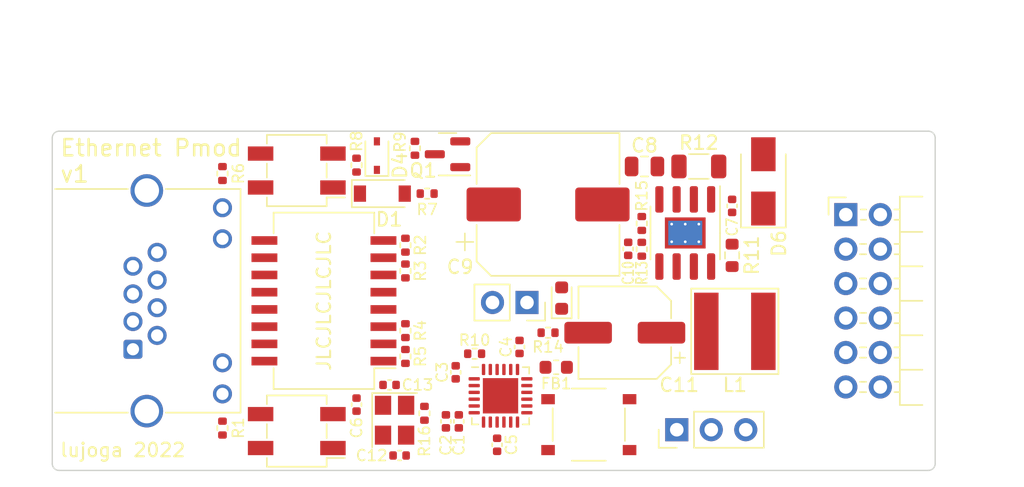
<source format=kicad_pcb>
(kicad_pcb (version 20211014) (generator pcbnew)
  (layers (0 "F.Cu" signal) (31 "B.Cu" signal) (34 "B.Paste" user) (35 "F.Paste" user) (36 "B.SilkS" user "B.Silkscreen") (37 "F.SilkS" user "F.Silkscreen") (38 "B.Mask" user) (39 "F.Mask" user) (44 "Edge.Cuts" user))
  (net 0 "")
  (net 1 "+1V2")
  (net 2 "GND")
  (net 3 "VDDA")
  (net 4 "+3V3")
  (net 5 "Net-(C7-Pad1)")
  (net 6 "Net-(C7-Pad2)")
  (net 7 "VDC")
  (net 8 "GND1")
  (net 9 "+5V")
  (net 10 "Net-(C10-Pad2)")
  (net 11 "Net-(D1-Pad2)")
  (net 12 "/DC+A")
  (net 13 "Net-(D2-Pad3)")
  (net 14 "/DC-A")
  (net 15 "/DC+B")
  (net 16 "/DC-B")
  (net 17 "Net-(D4-Pad1)")
  (net 18 "Net-(D5-Pad1)")
  (net 19 "/LED2")
  (net 20 "/LED1")
  (net 21 "/RXD1")
  (net 22 "/RXER")
  (net 23 "/REFCLK")
  (net 24 "/TXD0")
  (net 25 "/RXD0")
  (net 26 "/CRS_DV")
  (net 27 "/TXEN")
  (net 28 "/TXD1")
  (net 29 "/MDIO")
  (net 30 "/MDC")
  (net 31 "/TXN")
  (net 32 "/TXP")
  (net 33 "/RXN")
  (net 34 "/RXP")
  (net 35 "Net-(R10-Pad1)")
  (net 36 "Net-(R11-Pad1)")
  (net 37 "Net-(R12-Pad2)")
  (net 38 "Net-(SW1-Pad2)")
  (net 39 "Net-(C12-Pad1)")
  (net 40 "Net-(C13-Pad1)")
  (net 43 "Net-(R16-Pad2)")
  (net 44 "/RX-")
  (net 45 "/RX+")
  (net 46 "/TX-")
  (net 47 "/TX+")
  (net 48 "Net-(J1-Pad9)")
  (net 49 "Net-(J1-Pad12)")
  (footprint "Capacitor_SMD:C_0402_1005Metric" (layer "F.Cu") (at 142.33 106.2)
    (fp_text reference "C13" (at 0.82 0) (layer "F.SilkS") (effects (font (size 0.8 0.8) (thickness 0.12)) (justify left)))
    (fp_text value "12p")
    (fp_line (start -0.107836 0.36) (end 0.107836 0.36) (layer "F.SilkS") (width 0.12))
    (fp_line (start -0.107836 -0.36) (end 0.107836 -0.36) (layer "F.SilkS") (width 0.12))
    (pad "1" smd roundrect (at -0.48 0) (size 0.56 0.62) (layers "F.Cu" "F.Paste" "F.Mask") (net 40 "Net-(C13-Pad1)"))
    (pad "2" smd roundrect (at 0.48 0) (size 0.56 0.62) (layers "F.Cu" "F.Paste" "F.Mask") (net 2 "GND"))
  )
  (footprint "Capacitor_SMD:C_0402_1005Metric" (layer "F.Cu") (at 159.9 96.17 90)
    (fp_text reference "C10" (at -0.83 0 90) (layer "F.SilkS") (effects (font (size 0.8 0.6) (thickness 0.12)) (justify right)))
    (fp_text value "12p" hide)
    (fp_line (start -0.107836 0.36) (end 0.107836 0.36) (layer "F.SilkS") (width 0.12))
    (fp_line (start -0.107836 -0.36) (end 0.107836 -0.36) (layer "F.SilkS") (width 0.12))
    (pad "1" smd roundrect (at -0.48 0 90) (size 0.56 0.62) (layers "F.Cu" "F.Paste" "F.Mask") (net 9 "+5V"))
    (pad "2" smd roundrect (at 0.48 0 90) (size 0.56 0.62) (layers "F.Cu" "F.Paste" "F.Mask") (net 10 "Net-(C10-Pad2)"))
  )
  (footprint "Resistor_SMD:R_0603_1608Metric" (layer "F.Cu") (at 167.55 96.65 90)
    (fp_text reference "R11" (at 0 1.45 90) (layer "F.SilkS"))
    (fp_text value "5R1")
    (fp_line (start -0.237258 -0.5225) (end 0.237258 -0.5225) (layer "F.SilkS") (width 0.12))
    (fp_line (start -0.237258 0.5225) (end 0.237258 0.5225) (layer "F.SilkS") (width 0.12))
    (pad "1" smd roundrect (at -0.825 0 90) (size 0.8 0.95) (layers "F.Cu" "F.Paste" "F.Mask") (net 36 "Net-(R11-Pad1)"))
    (pad "2" smd roundrect (at 0.825 0 90) (size 0.8 0.95) (layers "F.Cu" "F.Paste" "F.Mask") (net 5 "Net-(C7-Pad1)"))
  )
  (footprint "Resistor_SMD:R_0402_1005Metric" (layer "F.Cu") (at 143.5 104.1 -90)
    (fp_text reference "R5" (at 0 -1.1 90) (layer "F.SilkS") (effects (font (size 0.8 0.8) (thickness 0.12))))
    (fp_text value "49R9")
    (fp_line (start -0.153641 0.38) (end 0.153641 0.38) (layer "F.SilkS") (width 0.12))
    (fp_line (start -0.153641 -0.38) (end 0.153641 -0.38) (layer "F.SilkS") (width 0.12))
    (pad "1" smd roundrect (at -0.51 0 270) (size 0.54 0.64) (layers "F.Cu" "F.Paste" "F.Mask") (net 3 "VDDA"))
    (pad "2" smd roundrect (at 0.51 0 270) (size 0.54 0.64) (layers "F.Cu" "F.Paste" "F.Mask") (net 34 "/RXP"))
  )
  (footprint "Connector_PinHeader_2.54mm:PinHeader_1x03_P2.54mm_Vertical" (layer "F.Cu") (at 163.475 109.5 90)
    (fp_text reference "J3" hide)
    (fp_text value "SMI")
    (fp_line (start -1.33 6.41) (end 1.33 6.41) (layer "F.SilkS") (width 0.12))
    (fp_line (start -1.33 1.27) (end -1.33 6.41) (layer "F.SilkS") (width 0.12))
    (fp_line (start -1.33 -1.33) (end 0 -1.33) (layer "F.SilkS") (width 0.12))
    (fp_line (start -1.33 0) (end -1.33 -1.33) (layer "F.SilkS") (width 0.12))
    (fp_line (start 1.33 1.27) (end 1.33 6.41) (layer "F.SilkS") (width 0.12))
    (fp_line (start -1.33 1.27) (end 1.33 1.27) (layer "F.SilkS") (width 0.12))
    (pad "1" thru_hole rect (at 0 0 90) (size 1.7 1.7) (drill 1) (layers *.Cu *.Mask) (net 29 "/MDIO"))
    (pad "2" thru_hole oval (at 0 2.54 90) (size 1.7 1.7) (drill 1) (layers *.Cu *.Mask) (net 30 "/MDC"))
    (pad "3" thru_hole oval (at 0 5.08 90) (size 1.7 1.7) (drill 1) (layers *.Cu *.Mask) (net 2 "GND"))
  )
  (footprint "Capacitor_SMD:C_0402_1005Metric" (layer "F.Cu") (at 143.07 111.4 180)
    (fp_text reference "C12" (at 0.82 0) (layer "F.SilkS") (effects (font (size 0.8 0.8) (thickness 0.12)) (justify right)))
    (fp_text value "12p")
    (fp_line (start -0.107836 0.36) (end 0.107836 0.36) (layer "F.SilkS") (width 0.12))
    (fp_line (start -0.107836 -0.36) (end 0.107836 -0.36) (layer "F.SilkS") (width 0.12))
    (pad "1" smd roundrect (at -0.48 0 180) (size 0.56 0.62) (layers "F.Cu" "F.Paste" "F.Mask") (net 39 "Net-(C12-Pad1)"))
    (pad "2" smd roundrect (at 0.48 0 180) (size 0.56 0.62) (layers "F.Cu" "F.Paste" "F.Mask") (net 2 "GND"))
  )
  (footprint "Package_TO_SOT_SMD:SOT-23" (layer "F.Cu") (at 146.6 89.2 180)
    (fp_text reference "Q1" (at 1.8 -1.2) (layer "F.SilkS"))
    (fp_text value "60V")
    (fp_line (start 0 -1.56) (end 0.65 -1.56) (layer "F.SilkS") (width 0.12))
    (fp_line (start 0 -1.56) (end -1.675 -1.56) (layer "F.SilkS") (width 0.12))
    (fp_line (start 0 1.56) (end 0.65 1.56) (layer "F.SilkS") (width 0.12))
    (fp_line (start 0 1.56) (end -0.65 1.56) (layer "F.SilkS") (width 0.12))
    (pad "1" smd roundrect (at -0.9375 -0.95 180) (size 1.475 0.6) (layers "F.Cu" "F.Paste" "F.Mask") (net 17 "Net-(D4-Pad1)"))
    (pad "2" smd roundrect (at -0.9375 0.95 180) (size 1.475 0.6) (layers "F.Cu" "F.Paste" "F.Mask") (net 13 "Net-(D2-Pad3)"))
    (pad "3" smd roundrect (at 0.9375 0 180) (size 1.475 0.6) (layers "F.Cu" "F.Paste" "F.Mask") (net 8 "GND1"))
  )
  (footprint "Capacitor_SMD:CP_Elec_10x10" (layer "F.Cu") (at 154 92.9)
    (fp_text reference "C9" (at -5.4 4.6) (layer "F.SilkS") (effects (justify right)))
    (fp_text value "100u")
    (fp_line (start -6.125 2.135) (end -6.125 3.385) (layer "F.SilkS") (width 0.12))
    (fp_line (start -5.26 -4.195563) (end -5.26 -1.51) (layer "F.SilkS") (width 0.12))
    (fp_line (start -6.75 2.76) (end -5.5 2.76) (layer "F.SilkS") (width 0.12))
    (fp_line (start -4.195563 5.26) (end 5.26 5.26) (layer "F.SilkS") (width 0.12))
    (fp_line (start 5.26 5.26) (end 5.26 1.51) (layer "F.SilkS") (width 0.12))
    (fp_line (start -4.195563 -5.26) (end 5.26 -5.26) (layer "F.SilkS") (width 0.12))
    (fp_line (start -5.26 -4.195563) (end -4.195563 -5.26) (layer "F.SilkS") (width 0.12))
    (fp_line (start -5.26 4.195563) (end -4.195563 5.26) (layer "F.SilkS") (width 0.12))
    (fp_line (start 5.26 -5.26) (end 5.26 -1.51) (layer "F.SilkS") (width 0.12))
    (fp_line (start -5.26 4.195563) (end -5.26 1.51) (layer "F.SilkS") (width 0.12))
    (pad "1" smd roundrect (at -4 0) (size 4 2.5) (layers "F.Cu" "F.Paste" "F.Mask") (roundrect_rratio 0.1) (net 7 "VDC"))
    (pad "2" smd roundrect (at 4 0) (size 4 2.5) (layers "F.Cu" "F.Paste" "F.Mask") (roundrect_rratio 0.1) (net 8 "GND1"))
  )
  (footprint "Connector_PinSocket_2.54mm:PinSocket_1x02_P2.54mm_Vertical" (layer "F.Cu") (at 152.45 100.125 -90)
    (fp_text reference "J4" hide)
    (fp_text value "PoE")
    (fp_line (start -1.33 1.27) (end -1.33 3.87) (layer "F.SilkS") (width 0.12))
    (fp_line (start 0 -1.33) (end 1.33 -1.33) (layer "F.SilkS") (width 0.12))
    (fp_line (start -1.33 3.87) (end 1.33 3.87) (layer "F.SilkS") (width 0.12))
    (fp_line (start 1.33 -1.33) (end 1.33 0) (layer "F.SilkS") (width 0.12))
    (fp_line (start -1.33 1.27) (end 1.33 1.27) (layer "F.SilkS") (width 0.12))
    (fp_line (start 1.33 1.27) (end 1.33 3.87) (layer "F.SilkS") (width 0.12))
    (pad "1" thru_hole rect (at 0 0 270) (size 1.7 1.7) (drill 1) (layers *.Cu *.Mask) (net 9 "+5V"))
    (pad "2" thru_hole oval (at 0 2.54 270) (size 1.7 1.7) (drill 1) (layers *.Cu *.Mask) (net 8 "GND1"))
  )
  (footprint "Capacitor_SMD:C_0402_1005Metric" (layer "F.Cu") (at 147.2 105.27 90)
    (fp_text reference "C3" (at 0 -1 90) (layer "F.SilkS") (effects (font (size 0.8 0.8) (thickness 0.12))))
    (fp_text value "100n")
    (fp_line (start -0.107836 0.36) (end 0.107836 0.36) (layer "F.SilkS") (width 0.12))
    (fp_line (start -0.107836 -0.36) (end 0.107836 -0.36) (layer "F.SilkS") (width 0.12))
    (pad "1" smd roundrect (at -0.48 0 90) (size 0.56 0.62) (layers "F.Cu" "F.Paste" "F.Mask") (net 3 "VDDA"))
    (pad "2" smd roundrect (at 0.48 0 90) (size 0.56 0.62) (layers "F.Cu" "F.Paste" "F.Mask") (net 2 "GND"))
  )
  (footprint "Capacitor_SMD:CP_Elec_6.3x7.7" (layer "F.Cu") (at 159.65 102.35 180)
    (fp_text reference "C11" (at -2.45 -3.85) (layer "F.SilkS") (effects (justify left)))
    (fp_text value "470u")
    (fp_line (start -2.345563 3.41) (end 3.41 3.41) (layer "F.SilkS") (width 0.12))
    (fp_line (start 3.41 -3.41) (end 3.41 -1.06) (layer "F.SilkS") (width 0.12))
    (fp_line (start 3.41 3.41) (end 3.41 1.06) (layer "F.SilkS") (width 0.12))
    (fp_line (start -3.41 -2.345563) (end -2.345563 -3.41) (layer "F.SilkS") (width 0.12))
    (fp_line (start -2.345563 -3.41) (end 3.41 -3.41) (layer "F.SilkS") (width 0.12))
    (fp_line (start -3.41 2.345563) (end -3.41 1.06) (layer "F.SilkS") (width 0.12))
    (fp_line (start -4.04375 -2.24125) (end -4.04375 -1.45375) (layer "F.SilkS") (width 0.12))
    (fp_line (start -3.41 -2.345563) (end -3.41 -1.06) (layer "F.SilkS") (width 0.12))
    (fp_line (start -3.41 2.345563) (end -2.345563 3.41) (layer "F.SilkS") (width 0.12))
    (fp_line (start -4.4375 -1.8475) (end -3.65 -1.8475) (layer "F.SilkS") (width 0.12))
    (pad "1" smd roundrect (at -2.7 0 180) (size 3.5 1.6) (layers "F.Cu" "F.Paste" "F.Mask") (roundrect_rratio 0.15625) (net 9 "+5V"))
    (pad "2" smd roundrect (at 2.7 0 180) (size 3.5 1.6) (layers "F.Cu" "F.Paste" "F.Mask") (roundrect_rratio 0.15625) (net 8 "GND1"))
  )
  (footprint "Resistor_SMD:R_0402_1005Metric" (layer "F.Cu") (at 148.595 103.9 180)
    (fp_text reference "R10" (at 0 1) (layer "F.SilkS") (effects (font (size 0.8 0.8) (thickness 0.12))))
    (fp_text value "12k1")
    (fp_line (start -0.153641 -0.38) (end 0.153641 -0.38) (layer "F.SilkS") (width 0.12))
    (fp_line (start -0.153641 0.38) (end 0.153641 0.38) (layer "F.SilkS") (width 0.12))
    (pad "1" smd roundrect (at -0.51 0 180) (size 0.54 0.64) (layers "F.Cu" "F.Paste" "F.Mask") (net 35 "Net-(R10-Pad1)"))
    (pad "2" smd roundrect (at 0.51 0 180) (size 0.54 0.64) (layers "F.Cu" "F.Paste" "F.Mask") (net 2 "GND"))
  )
  (footprint "Diode_SMD:D_SMA" (layer "F.Cu") (at 169.85 91.2 90)
    (fp_text reference "D6" (at -3.5 1.15 90) (layer "F.SilkS") (effects (justify right)))
    (fp_text value "SS510")
    (fp_line (start -3.4 1.65) (end 2 1.65) (layer "F.SilkS") (width 0.12))
    (fp_line (start -3.4 -1.65) (end 2 -1.65) (layer "F.SilkS") (width 0.12))
    (fp_line (start -3.4 -1.65) (end -3.4 1.65) (layer "F.SilkS") (width 0.12))
    (pad "1" smd rect (at -2 0 90) (size 2.5 1.8) (layers "F.Cu" "F.Paste" "F.Mask") (net 6 "Net-(C7-Pad2)"))
    (pad "2" smd rect (at 2 0 90) (size 2.5 1.8) (layers "F.Cu" "F.Paste" "F.Mask") (net 8 "GND1"))
  )
  (footprint "Inductor_SMD:L_0603_1608Metric" (layer "F.Cu") (at 154.6 104.9 180)
    (fp_text reference "FB1" (at 0 -1.2) (layer "F.SilkS") (effects (font (size 0.8 0.8) (thickness 0.12))))
    (fp_text value "Ferrite Bead")
    (fp_line (start -0.162779 0.51) (end 0.162779 0.51) (layer "F.SilkS") (width 0.12))
    (fp_line (start -0.162779 -0.51) (end 0.162779 -0.51) (layer "F.SilkS") (width 0.12))
    (pad "1" smd roundrect (at -0.7875 0 180) (size 0.875 0.95) (layers "F.Cu" "F.Paste" "F.Mask") (net 4 "+3V3"))
    (pad "2" smd roundrect (at 0.7875 0 180) (size 0.875 0.95) (layers "F.Cu" "F.Paste" "F.Mask") (net 3 "VDDA"))
  )
  (footprint "Resistor_SMD:R_0402_1005Metric" (layer "F.Cu") (at 130.03 90.62 -90)
    (fp_text reference "R6" (at 0 -1.17 90) (layer "F.SilkS") (effects (font (size 0.8 0.8) (thickness 0.12))))
    (fp_text value "332R")
    (fp_line (start -0.153641 0.38) (end 0.153641 0.38) (layer "F.SilkS") (width 0.12))
    (fp_line (start -0.153641 -0.38) (end 0.153641 -0.38) (layer "F.SilkS") (width 0.12))
    (pad "1" smd roundrect (at -0.51 0 270) (size 0.54 0.64) (layers "F.Cu" "F.Paste" "F.Mask") (net 20 "/LED1"))
    (pad "2" smd roundrect (at 0.51 0 270) (size 0.54 0.64) (layers "F.Cu" "F.Paste" "F.Mask") (net 49 "Net-(J1-Pad12)"))
  )
  (footprint "Resistor_SMD:R_0402_1005Metric" (layer "F.Cu") (at 143.5 102.2 90)
    (fp_text reference "R4" (at 0 1.1 90) (layer "F.SilkS") (effects (font (size 0.8 0.8) (thickness 0.12))))
    (fp_text value "49R9")
    (fp_line (start -0.153641 0.38) (end 0.153641 0.38) (layer "F.SilkS") (width 0.12))
    (fp_line (start -0.153641 -0.38) (end 0.153641 -0.38) (layer "F.SilkS") (width 0.12))
    (pad "1" smd roundrect (at -0.51 0 90) (size 0.54 0.64) (layers "F.Cu" "F.Paste" "F.Mask") (net 3 "VDDA"))
    (pad "2" smd roundrect (at 0.51 0 90) (size 0.54 0.64) (layers "F.Cu" "F.Paste" "F.Mask") (net 33 "/RXN"))
  )
  (footprint "Capacitor_SMD:C_0402_1005Metric" (layer "F.Cu") (at 139.9 107.65 -90)
    (fp_text reference "C6" (at 0.85 0 90) (layer "F.SilkS") (effects (font (size 0.8 0.8) (thickness 0.12)) (justify right)))
    (fp_text value "22n")
    (fp_line (start -0.107836 -0.36) (end 0.107836 -0.36) (layer "F.SilkS") (width 0.12))
    (fp_line (start -0.107836 0.36) (end 0.107836 0.36) (layer "F.SilkS") (width 0.12))
    (pad "1" smd roundrect (at -0.48 0 270) (size 0.56 0.62) (layers "F.Cu" "F.Paste" "F.Mask") (net 3 "VDDA"))
    (pad "2" smd roundrect (at 0.48 0 270) (size 0.56 0.62) (layers "F.Cu" "F.Paste" "F.Mask") (net 2 "GND"))
  )
  (footprint "Connector_PinHeader_2.54mm:PinHeader_2x06_P2.54mm_Horizontal" (layer "F.Cu") (at 175.92 93.65)
    (fp_text reference "J2" hide)
    (fp_text value "PMOD")
    (fp_line (start 1.042929 7.24) (end 1.497071 7.24) (layer "F.SilkS") (width 0.12))
    (fp_line (start 3.582929 2.16) (end 3.98 2.16) (layer "F.SilkS") (width 0.12))
    (fp_line (start 3.98 14.03) (end 5.64 14.03) (layer "F.SilkS") (width 0.12))
    (fp_line (start 1.042929 2.92) (end 1.497071 2.92) (layer "F.SilkS") (width 0.12))
    (fp_line (start -1.27 0) (end -1.27 -1.27) (layer "F.SilkS") (width 0.12))
    (fp_line (start 1.042929 12.32) (end 1.497071 12.32) (layer "F.SilkS") (width 0.12))
    (fp_line (start 1.042929 8) (end 1.497071 8) (layer "F.SilkS") (width 0.12))
    (fp_line (start 1.042929 10.54) (end 1.497071 10.54) (layer "F.SilkS") (width 0.12))
    (fp_line (start 3.98 6.35) (end 5.64 6.35) (layer "F.SilkS") (width 0.12))
    (fp_line (start 3.582929 7.24) (end 3.98 7.24) (layer "F.SilkS") (width 0.12))
    (fp_line (start 3.582929 9.78) (end 3.98 9.78) (layer "F.SilkS") (width 0.12))
    (fp_line (start 3.582929 0.38) (end 3.98 0.38) (layer "F.SilkS") (width 0.12))
    (fp_line (start 3.582929 4.7) (end 3.98 4.7) (layer "F.SilkS") (width 0.12))
    (fp_line (start 1.042929 5.46) (end 1.497071 5.46) (layer "F.SilkS") (width 0.12))
    (fp_line (start 1.042929 4.7) (end 1.497071 4.7) (layer "F.SilkS") (width 0.12))
    (fp_line (start 3.98 1.27) (end 5.64 1.27) (layer "F.SilkS") (width 0.12))
    (fp_line (start 3.582929 10.54) (end 3.98 10.54) (layer "F.SilkS") (width 0.12))
    (fp_line (start 3.582929 13.08) (end 3.98 13.08) (layer "F.SilkS") (width 0.12))
    (fp_line (start 3.98 8.89) (end 5.64 8.89) (layer "F.SilkS") (width 0.12))
    (fp_line (start 3.582929 12.32) (end 3.98 12.32) (layer "F.SilkS") (width 0.12))
    (fp_line (start 3.582929 8) (end 3.98 8) (layer "F.SilkS") (width 0.12))
    (fp_line (start 5.64 -1.33) (end 3.98 -1.33) (layer "F.SilkS") (width 0.12))
    (fp_line (start 1.042929 13.08) (end 1.497071 13.08) (layer "F.SilkS") (width 0.12))
    (fp_line (start 3.98 -1.33) (end 3.98 14.03) (layer "F.SilkS") (width 0.12))
    (fp_line (start -1.27 -1.27) (end 0 -1.27) (layer "F.SilkS") (width 0.12))
    (fp_line (start 3.582929 2.92) (end 3.98 2.92) (layer "F.SilkS") (width 0.12))
    (fp_line (start 1.042929 9.78) (end 1.497071 9.78) (layer "F.SilkS") (width 0.12))
    (fp_line (start 3.98 3.81) (end 5.64 3.81) (layer "F.SilkS") (width 0.12))
    (fp_line (start 1.11 -0.38) (end 1.497071 -0.38) (layer "F.SilkS") (width 0.12))
    (fp_line (start 1.042929 2.16) (end 1.497071 2.16) (layer "F.SilkS") (width 0.12))
    (fp_line (start 3.582929 5.46) (end 3.98 5.46) (layer "F.SilkS") (width 0.12))
    (fp_line (start 3.582929 -0.38) (end 3.98 -0.38) (layer "F.SilkS") (width 0.12))
    (fp_line (start 1.11 0.38) (end 1.497071 0.38) (layer "F.SilkS") (width 0.12))
    (fp_line (start 3.98 11.43) (end 5.64 11.43) (layer "F.SilkS") (width 0.12))
    (pad "1" thru_hole rect (at 0 0) (size 1.7 1.7) (drill 1) (layers *.Cu *.Mask) (net 4 "+3V3"))
    (pad "2" thru_hole oval (at 2.54 0) (size 1.7 1.7) (drill 1) (layers *.Cu *.Mask) (net 4 "+3V3"))
    (pad "3" thru_hole oval (at 0 2.54) (size 1.7 1.7) (drill 1) (layers *.Cu *.Mask) (net 2 "GND"))
    (pad "4" thru_hole oval (at 2.54 2.54) (size 1.7 1.7) (drill 1) (layers *.Cu *.Mask) (net 2 "GND"))
    (pad "5" thru_hole oval (at 0 5.08) (size 1.7 1.7) (drill 1) (layers *.Cu *.Mask) (net 24 "/TXD0"))
    (pad "6" thru_hole oval (at 2.54 5.08) (size 1.7 1.7) (drill 1) (layers *.Cu *.Mask) (net 28 "/TXD1"))
    (pad "7" thru_hole oval (at 0 7.62) (size 1.7 1.7) (drill 1) (layers *.Cu *.Mask) (net 23 "/REFCLK"))
    (pad "8" thru_hole oval (at 2.54 7.62) (size 1.7 1.7) (drill 1) (layers *.Cu *.Mask) (net 27 "/TXEN"))
    (pad "9" thru_hole oval (at 0 10.16) (size 1.7 1.7) (drill 1) (layers *.Cu *.Mask) (net 22 "/RXER"))
    (pad "10" thru_hole oval (at 2.54 10.16) (size 1.7 1.7) (drill 1) (layers *.Cu *.Mask) (net 26 "/CRS_DV"))
    (pad "11" thru_hole oval (at 0 12.7) (size 1.7 1.7) (drill 1) (layers *.Cu *.Mask) (net 21 "/RXD1"))
    (pad "12" thru_hole oval (at 2.54 12.7) (size 1.7 1.7) (drill 1) (layers *.Cu *.Mask) (net 25 "/RXD0"))
  )
  (footprint "Resistor_SMD:R_0402_1005Metric" (layer "F.Cu") (at 143.5 95.9 90)
    (fp_text reference "R2" (at 0 1.1 90) (layer "F.SilkS") (effects (font (size 0.8 0.8) (thickness 0.12))))
    (fp_text value "49R9")
    (fp_line (start -0.153641 -0.38) (end 0.153641 -0.38) (layer "F.SilkS") (width 0.12))
    (fp_line (start -0.153641 0.38) (end 0.153641 0.38) (layer "F.SilkS") (width 0.12))
    (pad "1" smd roundrect (at -0.51 0 90) (size 0.54 0.64) (layers "F.Cu" "F.Paste" "F.Mask") (net 3 "VDDA"))
    (pad "2" smd roundrect (at 0.51 0 90) (size 0.54 0.64) (layers "F.Cu" "F.Paste" "F.Mask") (net 31 "/TXN"))
  )
  (footprint "LED_SMD:LED_0603_1608Metric" (layer "F.Cu") (at 155 99.8 90)
    (fp_text reference "D5" hide)
    (fp_text value "BLUE")
    (fp_line (start 0.8 -0.735) (end -1.485 -0.735) (layer "F.SilkS") (width 0.12))
    (fp_line (start -1.485 0.735) (end 0.8 0.735) (layer "F.SilkS") (width 0.12))
    (fp_line (start -1.485 -0.735) (end -1.485 0.735) (layer "F.SilkS") (width 0.12))
    (pad "1" smd roundrect (at -0.7875 0 90) (size 0.875 0.95) (layers "F.Cu" "F.Paste" "F.Mask") (net 18 "Net-(D5-Pad1)"))
    (pad "2" smd roundrect (at 0.7875 0 90) (size 0.875 0.95) (layers "F.Cu" "F.Paste" "F.Mask") (net 9 "+5V"))
  )
  (footprint "ethernet-pmod:Diode_Bridge_Diodes_MBF" (layer "F.Cu") (at 135.5 109.6 180)
    (fp_text reference "D2" hide)
    (fp_text value "D_Bridge_+A-A")
    (fp_line (start 2.2 -2.625) (end 2.2 -1.985) (layer "F.SilkS") (width 0.12))
    (fp_line (start -2.2 -2.625) (end 2.2 -2.625) (layer "F.SilkS") (width 0.12))
    (fp_line (start 2.2 2.625) (end 2.2 1.985) (layer "F.SilkS") (width 0.12))
    (fp_line (start -2.2 2.625) (end 2.2 2.625) (layer "F.SilkS") (width 0.12))
    (fp_line (start -2.2 -0.515) (end -2.2 0.515) (layer "F.SilkS") (width 0.12))
    (fp_line (start -2.2 -1.985) (end -3.54 -1.985) (layer "F.SilkS") (width 0.12))
    (fp_line (start -2.2 1.985) (end -2.2 2.625) (layer "F.SilkS") (width 0.12))
    (fp_line (start -2.2 -1.985) (end -2.2 -2.625) (layer "F.SilkS") (width 0.12))
    (fp_line (start 2.2 -0.515) (end 2.2 0.515) (layer "F.SilkS") (width 0.12))
    (pad "1" smd rect (at -2.6625 -1.25 270) (size 1.05 1.875) (layers "F.Cu" "F.Paste" "F.Mask") (net 7 "VDC"))
    (pad "2" smd rect (at 2.6625 -1.25 270) (size 1.05 1.875) (layers "F.Cu" "F.Paste" "F.Mask") (net 12 "/DC+A"))
    (pad "3" smd rect (at -2.6625 1.25 270) (size 1.05 1.875) (layers "F.Cu" "F.Paste" "F.Mask") (net 13 "Net-(D2-Pad3)"))
    (pad "4" smd rect (at 2.6625 1.25 270) (size 1.05 1.875) (layers "F.Cu" "F.Paste" "F.Mask") (net 14 "/DC-A"))
  )
  (footprint "Resistor_SMD:R_0402_1005Metric" (layer "F.Cu") (at 144.9 108.29 90)
    (fp_text reference "R16" (at -0.81 0 90) (layer "F.SilkS") (effects (font (size 0.8 0.8) (thickness 0.12)) (justify right)))
    (fp_text value "499R")
    (fp_line (start -0.153641 -0.38) (end 0.153641 -0.38) (layer "F.SilkS") (width 0.12))
    (fp_line (start -0.153641 0.38) (end 0.153641 0.38) (layer "F.SilkS") (width 0.12))
    (pad "1" smd roundrect (at -0.51 0 90) (size 0.54 0.64) (layers "F.Cu" "F.Paste" "F.Mask") (net 40 "Net-(C13-Pad1)"))
    (pad "2" smd roundrect (at 0.51 0 90) (size 0.54 0.64) (layers "F.Cu" "F.Paste" "F.Mask") (net 43 "Net-(R16-Pad2)"))
  )
  (footprint "ethernet-pmod:L_Cenker_CKCS60xx" (layer "F.Cu") (at 167.75 102.25 180)
    (fp_text reference "L1" (at 0 -3.95 unlocked) (layer "F.SilkS"))
    (fp_text value "33u")
    (fp_line (start 3.21 -3.15) (end 3.21 3.15) (layer "F.SilkS") (width 0.12))
    (fp_line (start 3.21 3.15) (end -3.21 3.15) (layer "F.SilkS") (width 0.12))
    (fp_line (start -3.21 -3.15) (end 3.21 -3.15) (layer "F.SilkS") (width 0.12))
    (fp_line (start -3.21 3.15) (end -3.21 -3.15) (layer "F.SilkS") (width 0.12))
    (pad "1" smd rect (at -2.1 0 180) (size 1.8 5.7) (layers "F.Cu" "F.Paste" "F.Mask") (net 6 "Net-(C7-Pad2)"))
    (pad "2" smd rect (at 2.1 0 180) (size 1.8 5.7) (layers "F.Cu" "F.Paste" "F.Mask") (net 9 "+5V"))
  )
  (footprint "Capacitor_SMD:C_0402_1005Metric" (layer "F.Cu") (at 151.9 103.4 90)
    (fp_text reference "C4" (at 0 -1 90) (layer "F.SilkS") (effects (font (size 0.8 0.8) (thickness 0.12))))
    (fp_text value "100n")
    (fp_line (start -0.107836 -0.36) (end 0.107836 -0.36) (layer "F.SilkS") (width 0.12))
    (fp_line (start -0.107836 0.36) (end 0.107836 0.36) (layer "F.SilkS") (width 0.12))
    (pad "1" smd roundrect (at -0.48 0 90) (size 0.56 0.62) (layers "F.Cu" "F.Paste" "F.Mask") (net 3 "VDDA"))
    (pad "2" smd roundrect (at 0.48 0 90) (size 0.56 0.62) (layers "F.Cu" "F.Paste" "F.Mask") (net 2 "GND"))
  )
  (footprint "ethernet-pmod:Transformer_Ethernet_HanRun_HY601742" (layer "F.Cu") (at 137.5 100 90)
    (fp_text reference "TR1" hide)
    (fp_text value "HY601742")
    (fp_line (start -6.5 -3.706) (end -4.9725 -3.706) (layer "F.SilkS") (width 0.12))
    (fp_line (start 6.5 -3.706) (end 6.5 3.706) (layer "F.SilkS") (width 0.12))
    (fp_line (start 6.5 -3.706) (end 4.9725 -3.706) (layer "F.SilkS") (width 0.12))
    (fp_line (start 6.5 3.706) (end 4.9725 3.706) (layer "F.SilkS") (width 0.12))
    (fp_line (start -6.5 3.706) (end -4.9725 3.706) (layer "F.SilkS") (width 0.12))
    (fp_line (start -4.9725 3.706) (end -4.9725 5.274) (layer "F.SilkS") (width 0.12))
    (fp_line (start -6.5 -3.706) (end -6.5 3.706) (layer "F.SilkS") (width 0.12))
    (pad "1" smd rect (at -4.445 4.3815 90) (size 0.635 1.905) (layers "F.Cu" "F.Paste" "F.Mask") (net 34 "/RXP"))
    (pad "2" smd rect (at -3.175 4.3815 90) (size 0.635 1.905) (layers "F.Cu" "F.Paste" "F.Mask") (net 3 "VDDA"))
    (pad "3" smd rect (at -1.905 4.3815 90) (size 0.635 1.905) (layers "F.Cu" "F.Paste" "F.Mask") (net 33 "/RXN"))
    (pad "4" smd rect (at -0.635 4.3815 90) (size 0.635 1.905) (layers "F.Cu" "F.Paste" "F.Mask"))
    (pad "5" smd rect (at 0.635 4.3815 90) (size 0.635 1.905) (layers "F.Cu" "F.Paste" "F.Mask"))
    (pad "6" smd rect (at 1.905 4.3815 90) (size 0.635 1.905) (layers "F.Cu" "F.Paste" "F.Mask") (net 32 "/TXP"))
    (pad "7" smd rect (at 3.175 4.3815 90) (size 0.635 1.905) (layers "F.Cu" "F.Paste" "F.Mask") (net 3 "VDDA"))
    (pad "8" smd rect (at 4.445 4.3815 90) (size 0.635 1.905) (layers "F.Cu" "F.Paste" "F.Mask") (net 31 "/TXN"))
    (pad "9" smd rect (at 4.445 -4.3815 90) (size 0.635 1.905) (layers "F.Cu" "F.Paste" "F.Mask") (net 46 "/TX-"))
    (pad "10" smd rect (at 3.175 -4.3815 90) (size 0.635 1.905) (layers "F.Cu" "F.Paste" "F.Mask") (net 14 "/DC-A"))
    (pad "11" smd rect (at 1.905 -4.3815 90) (size 0.635 1.905) (layers "F.Cu" "F.Paste" "F.Mask") (net 47 "/TX+"))
    (pad "12" smd rect (at 0.635 -4.3815 90) (size 0.635 1.905) (layers "F.Cu" "F.Paste" "F.Mask"))
    (pad "13" smd rect (at -0.635 -4.3815 90) (size 0.635 1.905) (layers "F.Cu" "F.Paste" "F.Mask"))
    (pad "14" smd rect (at -1.905 -4.3815 90) (size 0.635 1.905) (layers "F.Cu" "F.Paste" "F.Mask") (net 44 "/RX-"))
    (pad "15" smd rect (at -3.175 -4.3815 90) (size 0.635 1.905) (layers "F.Cu" "F.Paste" "F.Mask") (net 12 "/DC+A"))
    (pad "16" smd rect (at -4.445 -4.3815 90) (size 0.635 1.905) (layers "F.Cu" "F.Paste" "F.Mask") (net 45 "/RX+"))
  )
  (footprint "Resistor_SMD:R_0402_1005Metric" (layer "F.Cu") (at 130.03 109.38 90)
    (fp_text reference "R1" (at 0 1.17 90) (layer "F.SilkS") (effects (font (size 0.8 0.8) (thickness 0.12))))
    (fp_text value "332R")
    (fp_line (start -0.153641 -0.38) (end 0.153641 -0.38) (layer "F.SilkS") (width 0.12))
    (fp_line (start -0.153641 0.38) (end 0.153641 0.38) (layer "F.SilkS") (width 0.12))
    (pad "1" smd roundrect (at -0.51 0 90) (size 0.54 0.64) (layers "F.Cu" "F.Paste" "F.Mask") (net 19 "/LED2"))
    (pad "2" smd roundrect (at 0.51 0 90) (size 0.54 0.64) (layers "F.Cu" "F.Paste" "F.Mask") (net 48 "Net-(J1-Pad9)"))
  )
  (footprint "Capacitor_SMD:C_0402_1005Metric" (layer "F.Cu") (at 167.55 93.005 90)
    (fp_text reference "C7" (at -0.795 0 90) (layer "F.SilkS") (effects (font (size 0.8 0.7) (thickness 0.12)) (justify right)))
    (fp_text value "100n")
    (fp_line (start -0.107836 -0.36) (end 0.107836 -0.36) (layer "F.SilkS") (width 0.12))
    (fp_line (start -0.107836 0.36) (end 0.107836 0.36) (layer "F.SilkS") (width 0.12))
    (pad "1" smd roundrect (at -0.48 0 90) (size 0.56 0.62) (layers "F.Cu" "F.Paste" "F.Mask") (net 5 "Net-(C7-Pad1)"))
    (pad "2" smd roundrect (at 0.48 0 90) (size 0.56 0.62) (layers "F.Cu" "F.Paste" "F.Mask") (net 6 "Net-(C7-Pad2)"))
  )
  (footprint "Resistor_SMD:R_0402_1005Metric" (layer "F.Cu") (at 160.9 94.3 90)
    (fp_text reference "R15" (at 0.8 0 90) (layer "F.SilkS") (effects (font (size 0.8 0.8) (thickness 0.12)) (justify left)))
    (fp_text value "57k6" hide)
    (fp_line (start -0.153641 0.38) (end 0.153641 0.38) (layer "F.SilkS") (width 0.12))
    (fp_line (start -0.153641 -0.38) (end 0.153641 -0.38) (layer "F.SilkS") (width 0.12))
    (pad "1" smd roundrect (at -0.51 0 90) (size 0.54 0.64) (layers "F.Cu" "F.Paste" "F.Mask") (net 10 "Net-(C10-Pad2)"))
    (pad "2" smd roundrect (at 0.51 0 90) (size 0.54 0.64) (layers "F.Cu" "F.Paste" "F.Mask") (net 8 "GND1"))
  )
  (footprint "Resistor_SMD:R_1206_3216Metric" (layer "F.Cu") (at 165.1 90.1)
    (fp_text reference "R12" (at 0 -1.75) (layer "F.SilkS"))
    (fp_text value "28m 250mW")
    (fp_line (start -0.727064 0.91) (end 0.727064 0.91) (layer "F.SilkS") (width 0.12))
    (fp_line (start -0.727064 -0.91) (end 0.727064 -0.91) (layer "F.SilkS") (width 0.12))
    (pad "1" smd roundrect (at -1.4625 0) (size 1.125 1.75) (layers "F.Cu" "F.Paste" "F.Mask") (roundrect_rratio 0.222222) (net 7 "VDC"))
    (pad "2" smd roundrect (at 1.4625 0) (size 1.125 1.75) (layers "F.Cu" "F.Paste" "F.Mask") (roundrect_rratio 0.222222) (net 37 "Net-(R12-Pad2)"))
  )
  (footprint "Capacitor_SMD:C_0402_1005Metric" (layer "F.Cu") (at 147.43 108.885 -90)
    (fp_text reference "C1" (at 0.9 0 90) (layer "F.SilkS") (effects (font (size 0.8 0.8) (thickness 0.12)) (justify right)))
    (fp_text value "470p")
    (fp_line (start -0.107836 -0.36) (end 0.107836 -0.36) (layer "F.SilkS") (width 0.12))
    (fp_line (start -0.107836 0.36) (end 0.107836 0.36) (layer "F.SilkS") (width 0.12))
    (pad "1" smd roundrect (at -0.48 0 270) (size 0.56 0.62) (layers "F.Cu" "F.Paste" "F.Mask") (net 1 "+1V2"))
    (pad "2" smd roundrect (at 0.48 0 270) (size 0.56 0.62) (layers "F.Cu" "F.Paste" "F.Mask") (net 2 "GND"))
  )
  (footprint "ethernet-pmod:SW_Push_SPST_NO_XKB_TS-1187A-X-X-X" (layer "F.Cu") (at 157 109.125 180)
    (fp_text reference "SW1" hide)
    (fp_text value "RESET")
    (fp_line (start -1.25 2.66) (end 1.25 2.66) (layer "F.SilkS") (width 0.12))
    (fp_line (start -2.66 -1.2) (end -2.66 1.2) (layer "F.SilkS") (width 0.12))
    (fp_line (start 2.66 1.2) (end 2.66 -1.2) (layer "F.SilkS") (width 0.12))
    (fp_line (start 1.25 -2.66) (end -1.25 -2.66) (layer "F.SilkS") (width 0.12))
    (pad "1" smd rect (at -3 -1.875 180) (size 1 0.75) (layers "F.Cu" "F.Paste" "F.Mask") (net 2 "GND"))
    (pad "1" smd rect (at 3 -1.875 180) (size 1 0.75) (layers "F.Cu" "F.Paste" "F.Mask") (net 2 "GND"))
    (pad "2" smd rect (at 3 1.875 180) (size 1 0.75) (layers "F.Cu" "F.Paste" "F.Mask") (net 38 "Net-(SW1-Pad2)"))
    (pad "2" smd rect (at -3 1.875 180) (size 1 0.75) (layers "F.Cu" "F.Paste" "F.Mask") (net 38 "Net-(SW1-Pad2)"))
  )
  (footprint "Resistor_SMD:R_0402_1005Metric" (layer "F.Cu") (at 139.9 90 90)
    (fp_text reference "R8" (at 0.9 0 90) (layer "F.SilkS") (effects (font (size 0.8 0.8) (thickness 0.12)) (justify left)))
    (fp_text value "24k9")
    (fp_line (start -0.153641 0.38) (end 0.153641 0.38) (layer "F.SilkS") (width 0.12))
    (fp_line (start -0.153641 -0.38) (end 0.153641 -0.38) (layer "F.SilkS") (width 0.12))
    (pad "1" smd roundrect (at -0.51 0 90) (size 0.54 0.64) (layers "F.Cu" "F.Paste" "F.Mask") (net 7 "VDC"))
    (pad "2" smd roundrect (at 0.51 0 90) (size 0.54 0.64) (layers "F.Cu" "F.Paste" "F.Mask") (net 13 "Net-(D2-Pad3)"))
  )
  (footprint "Capacitor_SMD:C_0402_1005Metric" (layer "F.Cu") (at 150.25 110.61 -90)
    (fp_text reference "C5" (at 0 -1.05 90) (layer "F.SilkS") (effects (font (size 0.8 0.8) (thickness 0.12))))
    (fp_text value "100n")
    (fp_line (start -0.107836 0.36) (end 0.107836 0.36) (layer "F.SilkS") (width 0.12))
    (fp_line (start -0.107836 -0.36) (end 0.107836 -0.36) (layer "F.SilkS") (width 0.12))
    (pad "1" smd roundrect (at -0.48 0 270) (size 0.56 0.62) (layers "F.Cu" "F.Paste" "F.Mask") (net 4 "+3V3"))
    (pad "2" smd roundrect (at 0.48 0 270) (size 0.56 0.62) (layers "F.Cu" "F.Paste" "F.Mask") (net 2 "GND"))
  )
  (footprint "Diode_SMD:D_SOD-123" (layer "F.Cu") (at 141.8 92.1)
    (fp_text reference "D1" (at 0.5 1.9) (layer "F.SilkS"))
    (fp_text value "28V")
    (fp_line (start -2.25 -1) (end 1.65 -1) (layer "F.SilkS") (width 0.12))
    (fp_line (start -2.25 1) (end 1.65 1) (layer "F.SilkS") (width 0.12))
    (fp_line (start -2.25 -1) (end -2.25 1) (layer "F.SilkS") (width 0.12))
    (pad "1" smd rect (at -1.65 0) (size 0.9 1.2) (layers "F.Cu" "F.Paste" "F.Mask") (net 7 "VDC"))
    (pad "2" smd rect (at 1.65 0) (size 0.9 1.2) (layers "F.Cu" "F.Paste" "F.Mask") (net 11 "Net-(D1-Pad2)"))
  )
  (footprint "Package_SO:SOIC-8-1EP_3.9x4.9mm_P1.27mm_EP2.29x3mm_ThermalVias" (layer "F.Cu") (at 164.1 95 -90)
    (fp_text reference "U2" hide)
    (fp_text value "TX4138")
    (fp_line (start 0 -2.56) (end 1.95 -2.56) (layer "F.SilkS") (width 0.12))
    (fp_line (start 0 2.56) (end 1.95 2.56) (layer "F.SilkS") (width 0.12))
    (fp_line (start 0 -2.56) (end -3.45 -2.56) (layer "F.SilkS") (width 0.12))
    (fp_line (start 0 2.56) (end -1.95 2.56) (layer "F.SilkS") (width 0.12))
    (pad "1" smd roundrect (at -2.475 -1.905 270) (size 1.95 0.6) (layers "F.Cu" "F.Paste" "F.Mask") (net 6 "Net-(C7-Pad2)"))
    (pad "2" smd roundrect (at -2.475 -0.635 270) (size 1.95 0.6) (layers "F.Cu" "F.Paste" "F.Mask") (net 37 "Net-(R12-Pad2)"))
    (pad "3" smd roundrect (at -2.475 0.635 270) (size 1.95 0.6) (layers "F.Cu" "F.Paste" "F.Mask") (net 7 "VDC"))
    (pad "4" smd roundrect (at -2.475 1.905 270) (size 1.95 0.6) (layers "F.Cu" "F.Paste" "F.Mask") (net 8 "GND1"))
    (pad "5" smd roundrect (at 2.475 1.905 270) (size 1.95 0.6) (layers "F.Cu" "F.Paste" "F.Mask") (net 10 "Net-(C10-Pad2)"))
    (pad "6" smd roundrect (at 2.475 0.635 270) (size 1.95 0.6) (layers "F.Cu" "F.Paste" "F.Mask"))
    (pad "7" smd roundrect (at 2.475 -0.635 270) (size 1.95 0.6) (layers "F.Cu" "F.Paste" "F.Mask"))
    (pad "8" smd roundrect (at 2.475 -1.905 270) (size 1.95 0.6) (layers "F.Cu" "F.Paste" "F.Mask") (net 36 "Net-(R11-Pad1)"))
    (pad "9" thru_hole circle (at -0.65 0 270) (size 0.5 0.5) (drill 0.2) (layers *.Cu) (net 37 "Net-(R12-Pad2)"))
    (pad "9" thru_hole circle (at 0.65 1 270) (size 0.5 0.5) (drill 0.2) (layers *.Cu) (net 37 "Net-(R12-Pad2)"))
    (pad "9" thru_hole circle (at -0.65 1 270) (size 0.5 0.5) (drill 0.2) (layers *.Cu) (net 37 "Net-(R12-Pad2)"))
    (pad "9" thru_hole circle (at 0.65 -1 270) (size 0.5 0.5) (drill 0.2) (layers *.Cu) (net 37 "Net-(R12-Pad2)"))
    (pad "9" thru_hole circle (at -0.65 -1 270) (size 0.5 0.5) (drill 0.2) (layers *.Cu) (net 37 "Net-(R12-Pad2)"))
    (pad "9" thru_hole circle (at 0.65 0 270) (size 0.5 0.5) (drill 0.2) (layers *.Cu) (net 37 "Net-(R12-Pad2)"))
    (pad "9" smd rect (at 0 0 270) (size 1.8 2.5) (layers "B.Cu") (net 37 "Net-(R12-Pad2)"))
    (pad "9" smd rect (at 0 0 270) (size 2.29 3) (layers "F.Cu" "F.Mask") (net 37 "Net-(R12-Pad2)"))
  )
  (footprint "Package_DFN_QFN:QFN-24-1EP_4x4mm_P0.5mm_EP2.6x2.6mm" (layer "F.Cu") (at 150.5 107)
    (fp_text reference "U1" hide)
    (fp_text value "LAN8720A")
    (fp_line (start 1.635 -2.11) (end 2.11 -2.11) (layer "F.SilkS") (width 0.12))
    (fp_line (start 2.11 -2.11) (end 2.11 -1.635) (layer "F.SilkS") (width 0.12))
    (fp_line (start -1.635 2.11) (end -2.11 2.11) (layer "F.SilkS") (width 0.12))
    (fp_line (start -1.635 -2.11) (end -2.11 -2.11) (layer "F.SilkS") (width 0.12))
    (fp_line (start 1.635 2.11) (end 2.11 2.11) (layer "F.SilkS") (width 0.12))
    (fp_line (start 2.11 2.11) (end 2.11 1.635) (layer "F.SilkS") (width 0.12))
    (fp_line (start -2.11 2.11) (end -2.11 1.635) (layer "F.SilkS") (width 0.12))
    (pad "1" smd roundrect (at -1.9375 -1.25) (size 0.825 0.25) (layers "F.Cu" "F.Paste" "F.Mask") (net 3 "VDDA"))
    (pad "2" smd roundrect (at -1.9375 -0.75) (size 0.825 0.25) (layers "F.Cu" "F.Paste" "F.Mask") (net 19 "/LED2"))
    (pad "3" smd roundrect (at -1.9375 -0.25) (size 0.825 0.25) (layers "F.Cu" "F.Paste" "F.Mask") (net 20 "/LED1"))
    (pad "4" smd roundrect (at -1.9375 0.25) (size 0.825 0.25) (layers "F.Cu" "F.Paste" "F.Mask") (net 43 "Net-(R16-Pad2)"))
    (pad "5" smd roundrect (at -1.9375 0.75) (size 0.825 0.25) (layers "F.Cu" "F.Paste" "F.Mask") (net 39 "Net-(C12-Pad1)"))
    (pad "6" smd roundrect (at -1.9375 1.25) (size 0.825 0.25) (layers "F.Cu" "F.Paste" "F.Mask") (net 1 "+1V2"))
    (pad "7" smd roundrect (at -1.25 1.9375) (size 0.25 0.825) (layers "F.Cu" "F.Paste" "F.Mask") (net 21 "/RXD1"))
    (pad "8" smd roundrect (at -0.75 1.9375) (size 0.25 0.825) (layers "F.Cu" "F.Paste" "F.Mask") (net 25 "/RXD0"))
    (pad "9" smd roundrect (at -0.25 1.9375) (size 0.25 0.825) (layers "F.Cu" "F.Paste" "F.Mask") (net 4 "+3V3"))
    (pad "10" smd roundrect (at 0.25 1.9375) (size 0.25 0.825) (layers "F.Cu" "F.Paste" "F.Mask") (net 22 "/RXER"))
    (pad "11" smd roundrect (at 0.75 1.9375) (size 0.25 0.825) (layers "F.Cu" "F.Paste" "F.Mask") (net 26 "/CRS_DV"))
    (pad "12" smd roundrect (at 1.25 1.9375) (size 0.25 0.825) (layers "F.Cu" "F.Paste" "F.Mask") (net 29 "/MDIO"))
    (pad "13" smd roundrect (at 1.9375 1.25) (size 0.825 0.25) (layers "F.Cu" "F.Paste" "F.Mask") (net 30 "/MDC"))
    (pad "14" smd roundrect (at 1.9375 0.75) (size 0.825 0.25) (layers "F.Cu" "F.Paste" "F.Mask") (net 23 "/REFCLK"))
    (pad "15" smd roundrect (at 1.9375 0.25) (size 0.825 0.25) (layers "F.Cu" "F.Paste" "F.Mask") (net 38 "Net-(SW1-Pad2)"))
    (pad "16" smd roundrect (at 1.9375 -0.25) (size 0.825 0.25) (layers "F.Cu" "F.Paste" "F.Mask") (net 27 "/TXEN"))
    (pad "17" smd roundrect (at 1.9375 -0.75) (size 0.825 0.25) (layers "F.Cu" "F.Paste" "F.Mask") (net 24 "/TXD0"))
    (pad "18" smd roundrect (at 1.9375 -1.25) (size 0.825 0.25) (layers "F.Cu" "F.Paste" "F.Mask") (net 28 "/TXD1"))
    (pad "19" smd roundrect (at 1.25 -1.9375) (size 0.25 0.825) (layers "F.Cu" "F.Paste" "F.Mask") (net 3 "VDDA"))
    (pad "20" smd roundrect (at 0.75 -1.9375) (size 0.25 0.825) (layers "F.Cu" "F.Paste" "F.Mask") (net 31 "/TXN"))
    (pad "21" smd roundrect (at 0.25 -1.9375) (size 0.25 0.825) (layers "F.Cu" "F.Paste" "F.Mask") (net 32 "/TXP"))
    (pad "22" smd roundrect (at -0.25 -1.9375) (size 0.25 0.825) (layers "F.Cu" "F.Paste" "F.Mask") (net 33 "/RXN"))
    (pad "23" smd roundrect (at -0.75 -1.9375) (size 0.25 0.825) (layers "F.Cu" "F.Paste" "F.Mask") (net 34 "/RXP"))
    (pad "24" smd roundrect (at -1.25 -1.9375) (size 0.25 0.825) (layers "F.Cu" "F.Paste" "F.Mask") (net 35 "Net-(R10-Pad1)"))
    (pad "25" smd rect (at 0 0) (size 2.6 2.6) (layers "F.Cu" "F.Mask") (net 2 "GND"))
  )
  (footprint "Resistor_SMD:R_0402_1005Metric" (layer "F.Cu") (at 144.2 88.76 90)
    (fp_text reference "R9" (at 0.46 -1.1 90) (layer "F.SilkS") (effects (font (size 0.8 0.8) (thickness 0.12))))
    (fp_text value "249k")
    (fp_line (start -0.153641 0.38) (end 0.153641 0.38) (layer "F.SilkS") (width 0.12))
    (fp_line (start -0.153641 -0.38) (end 0.153641 -0.38) (layer "F.SilkS") (width 0.12))
    (pad "1" smd roundrect (at -0.51 0 90) (size 0.54 0.64) (layers "F.Cu" "F.Paste" "F.Mask") (net 17 "Net-(D4-Pad1)"))
    (pad "2" smd roundrect (at 0.51 0 90) (size 0.54 0.64) (layers "F.Cu" "F.Paste" "F.Mask") (net 13 "Net-(D2-Pad3)"))
  )
  (footprint "Diode_SMD:D_SOD-323" (layer "F.Cu") (at 141.4 89.3 90)
    (fp_text reference "D4" (at -1.8 1.7 90) (layer "F.SilkS") (effects (justify left)))
    (fp_text value "15V")
    (fp_line (start -1.5 0.85) (end 1.05 0.85) (layer "F.SilkS") (width 0.12))
    (fp_line (start -1.5 -0.85) (end 1.05 -0.85) (layer "F.SilkS") (width 0.12))
    (fp_line (start -1.5 -0.85) (end -1.5 0.85) (layer "F.SilkS") (width 0.12))
    (pad "1" smd rect (at -1.05 0 90) (size 0.6 0.45) (layers "F.Cu" "F.Paste" "F.Mask") (net 17 "Net-(D4-Pad1)"))
    (pad "2" smd rect (at 1.05 0 90) (size 0.6 0.45) (layers "F.Cu" "F.Paste" "F.Mask") (net 13 "Net-(D2-Pad3)"))
  )
  (footprint "ethernet-pmod:RJ45_Ckmtw_R-RJ45R08P-C000" (layer "F.Cu") (at 123.44 103.57 180)
    (fp_text reference "J1" hide)
    (fp_text value "RJ45_LED_Shielded")
    (fp_line (start -7.92 11.81) (end -2.42 11.81) (layer "F.SilkS") (width 0.12))
    (fp_line (start -7.92 -4.67) (end -2.42 -4.67) (layer "F.SilkS") (width 0.12))
    (fp_line (start 0.38 11.81) (end 5.73 11.81) (layer "F.SilkS") (width 0.12))
    (fp_line (start -7.92 -4.67) (end -7.92 11.81) (layer "F.SilkS") (width 0.12))
    (fp_line (start 0.38 -4.67) (end 5.73 -4.67) (layer "F.SilkS") (width 0.12))
    (pad "" np_thru_hole circle (at 2.54 9.92 270) (size 3.25 3.25) (drill 3.25) (layers *.Cu *.Mask))
    (pad "" np_thru_hole circle (at 2.54 -2.78 270) (size 3.25 3.25) (drill 3.25) (layers *.Cu *.Mask))
    (pad "1" thru_hole roundrect (at 0 0 270) (size 1.4 1.4) (drill 0.9) (layers *.Cu *.Mask) (roundrect_rratio 0.155) (net 47 "/TX+"))
    (pad "2" thru_hole circle (at -1.78 1.02 90) (size 1.4 1.4) (drill 0.9) (layers *.Cu *.Mask) (net 46 "/TX-"))
    (pad "3" thru_hole circle (at 0 2.04 270) (size 1.4 1.4) (drill 0.9) (layers *.Cu *.Mask) (net 45 "/RX+"))
    (pad "4" thru_hole circle (at -1.78 3.06 90) (size 1.4 1.4) (drill 0.9) (layers *.Cu *.Mask) (net 15 "/DC+B"))
    (pad "5" thru_hole circle (at 0 4.08 270) (size 1.4 1.4) (drill 0.9) (layers *.Cu *.Mask) (net 15 "/DC+B"))
    (pad "6" thru_hole circle (at -1.78 5.1 90) (size 1.4 1.4) (drill 0.9) (layers *.Cu *.Mask) (net 44 "/RX-"))
    (pad "7" thru_hole circle (at 0 6.12 270) (size 1.4 1.4) (drill 0.9) (layers *.Cu *.Mask) (net 16 "/DC-B"))
    (pad "8" thru_hole circle (at -1.78 7.14 90) (size 1.4 1.4) (drill 0.9) (layers *.Cu *.Mask) (net 16 "/DC-B"))
    (pad "9" thru_hole circle (at -6.59 -3.29 270) (size 1.4 1.4) (drill 0.9) (layers *.Cu *.Mask) (net 48 "Net-(J1-Pad9)"))
    (pad "10" thru_hole circle (at -6.59 -1 270) (size 1.4 1.4) (drill 0.9) (layers *.Cu *.Mask) (net 3 "VDDA"))
    (pad "11" thru_hole circle (at -6.59 8.14 270) (size 1.4 1.4) (drill 0.9) (layers *.Cu *.Mask) (net 2 "GND"))
    (pad "12" thru_hole circle (at -6.59 10.43 270) (size 1.4 1.4) (drill 0.9) (layers *.Cu *.Mask) (net 49 "Net-(J1-Pad12)"))
    (pad "SH" thru_hole circle (at -1.02 11.7 270) (size 2.4 2.4) (drill 1.8) (layers *.Cu *.Mask) (net 8 "GND1"))
    (pad "SH" thru_hole circle (at -1.02 -4.56 270) (size 2.4 2.4) (drill 1.8) (layers *.Cu *.Mask) (net 8 "GND1"))
  )
  (footprint "Resistor_SMD:R_0402_1005Metric" (layer "F.Cu") (at 160.9 96.2 90)
    (fp_text reference "R13" (at -0.8 0 90) (layer "F.SilkS") (effects (font (size 0.8 0.6) (thickness 0.12)) (justify right)))
    (fp_text value "300k" hide)
    (fp_line (start -0.153641 0.38) (end 0.153641 0.38) (layer "F.SilkS") (width 0.12))
    (fp_line (start -0.153641 -0.38) (end 0.153641 -0.38) (layer "F.SilkS") (width 0.12))
    (pad "1" smd roundrect (at -0.51 0 90) (size 0.54 0.64) (layers "F.Cu" "F.Paste" "F.Mask") (net 9 "+5V"))
    (pad "2" smd roundrect (at 0.51 0 90) (size 0.54 0.64) (layers "F.Cu" "F.Paste" "F.Mask") (net 10 "Net-(C10-Pad2)"))
  )
  (footprint "ethernet-pmod:Diode_Bridge_Diodes_MBF" (layer "F.Cu") (at 135.5 90.4 180)
    (fp_text reference "D3" hide)
    (fp_text value "D_Bridge_+A-A")
    (fp_line (start 2.2 2.625) (end 2.2 1.985) (layer "F.SilkS") (width 0.12))
    (fp_line (start 2.2 -2.625) (end 2.2 -1.985) (layer "F.SilkS") (width 0.12))
    (fp_line (start 2.2 -0.515) (end 2.2 0.515) (layer "F.SilkS") (width 0.12))
    (fp_line (start -2.2 -2.625) (end 2.2 -2.625) (layer "F.SilkS") (width 0.12))
    (fp_line (start -2.2 2.625) (end 2.2 2.625) (layer "F.SilkS") (width 0.12))
    (fp_line (start -2.2 -1.985) (end -3.54 -1.985) (layer "F.SilkS") (width 0.12))
    (fp_line (start -2.2 -1.985) (end -2.2 -2.625) (layer "F.SilkS") (width 0.12))
    (fp_line (start -2.2 1.985) (end -2.2 2.625) (layer "F.SilkS") (width 0.12))
    (fp_line (start -2.2 -0.515) (end -2.2 0.515) (layer "F.SilkS") (width 0.12))
    (pad "1" smd rect (at -2.6625 -1.25 270) (size 1.05 1.875) (layers "F.Cu" "F.Paste" "F.Mask") (net 7 "VDC"))
    (pad "2" smd rect (at 2.6625 -1.25 270) (size 1.05 1.875) (layers "F.Cu" "F.Paste" "F.Mask") (net 15 "/DC+B"))
    (pad "3" smd rect (at -2.6625 1.25 270) (size 1.05 1.875) (layers "F.Cu" "F.Paste" "F.Mask") (net 13 "Net-(D2-Pad3)"))
    (pad "4" smd rect (at 2.6625 1.25 270) (size 1.05 1.875) (layers "F.Cu" "F.Paste" "F.Mask") (net 16 "/DC-B"))
  )
  (footprint "Resistor_SMD:R_0402_1005Metric" (layer "F.Cu") (at 145.1 92.1)
    (fp_text reference "R7" (at 0 1.17) (layer "F.SilkS") (effects (font (size 0.8 0.8) (thickness 0.12))))
    (fp_text value "51k")
    (fp_line (start -0.153641 -0.38) (end 0.153641 -0.38) (layer "F.SilkS") (width 0.12))
    (fp_line (start -0.153641 0.38) (end 0.153641 0.38) (layer "F.SilkS") (width 0.12))
    (pad "1" smd roundrect (at -0.51 0) (size 0.54 0.64) (layers "F.Cu" "F.Paste" "F.Mask") (net 11 "Net-(D1-Pad2)"))
    (pad "2" smd roundrect (at 0.51 0) (size 0.54 0.64) (layers "F.Cu" "F.Paste" "F.Mask") (net 17 "Net-(D4-Pad1)"))
  )
  (footprint "Capacitor_SMD:C_0402_1005Metric" (layer "F.Cu") (at 146.48 108.885 -90)
    (fp_text reference "C2" (at 0.9 0 90) (layer "F.SilkS") (effects (font (size 0.8 0.8) (thickness 0.12)) (justify right)))
    (fp_text value "1u")
    (fp_line (start -0.107836 0.36) (end 0.107836 0.36) (layer "F.SilkS") (width 0.12))
    (fp_line (start -0.107836 -0.36) (end 0.107836 -0.36) (layer "F.SilkS") (width 0.12))
    (pad "1" smd roundrect (at -0.48 0 270) (size 0.56 0.62) (layers "F.Cu" "F.Paste" "F.Mask") (net 1 "+1V2"))
    (pad "2" smd roundrect (at 0.48 0 270) (size 0.56 0.62) (layers "F.Cu" "F.Paste" "F.Mask") (net 2 "GND"))
  )
  (footprint "Resistor_SMD:R_0402_1005Metric" (layer "F.Cu") (at 154 102.35)
    (fp_text reference "R14" (at 0 1.05) (layer "F.SilkS") (effects (font (size 0.8 0.8) (thickness 0.12))))
    (fp_text value "332R")
    (fp_line (start -0.153641 -0.38) (end 0.153641 -0.38) (layer "F.SilkS") (width 0.12))
    (fp_line (start -0.153641 0.38) (end 0.153641 0.38) (layer "F.SilkS") (width 0.12))
    (pad "1" smd roundrect (at -0.51 0) (size 0.54 0.64) (layers "F.Cu" "F.Paste" "F.Mask") (net 18 "Net-(D5-Pad1)"))
    (pad "2" smd roundrect (at 0.51 0) (size 0.54 0.64) (layers "F.Cu" "F.Paste" "F.Mask") (net 8 "GND1"))
  )
  (footprint "Capacitor_SMD:C_0805_2012Metric" (layer "F.Cu") (at 161.1 90.1 180)
    (fp_text reference "C8" (at 0 1.55) (layer "F.SilkS"))
    (fp_text value "100n")
    (fp_line (start -0.261252 0.735) (end 0.261252 0.735) (layer "F.SilkS") (width 0.12))
    (fp_line (start -0.261252 -0.735) (end 0.261252 -0.735) (layer "F.SilkS") (width 0.12))
    (pad "1" smd roundrect (at -0.95 0 180) (size 1 1.45) (layers "F.Cu" "F.Paste" "F.Mask") (net 7 "VDC"))
    (pad "2" smd roundrect (at 0.95 0 180) (size 1 1.45) (layers "F.Cu" "F.Paste" "F.Mask") (net 8 "GND1"))
  )
  (footprint "Crystal:Crystal_SMD_3225-4Pin_3.2x2.5mm" (layer "F.Cu") (at 142.7 108.8 -90)
    (fp_text reference "Y1" hide)
    (fp_text value "25MHz")
    (fp_line (start -2 -1.65) (end -2 1.65) (layer "F.SilkS") (width 0.12))
    (fp_line (start -2 1.65) (end 2 1.65) (layer "F.SilkS") (width 0.12))
    (pad "1" smd rect (at -1.1 0.85 270) (size 1.4 1.2) (layers "F.Cu" "F.Paste" "F.Mask") (net 40 "Net-(C13-Pad1)"))
    (pad "2" smd rect (at 1.1 0.85 270) (size 1.4 1.2) (layers "F.Cu" "F.Paste" "F.Mask") (net 2 "GND"))
    (pad "3" smd rect (at 1.1 -0.85 270) (size 1.4 1.2) (layers "F.Cu" "F.Paste" "F.Mask") (net 39 "Net-(C12-Pad1)"))
    (pad "4" smd rect (at -1.1 -0.85 270) (size 1.4 1.2) (layers "F.Cu" "F.Paste" "F.Mask") (net 2 "GND"))
  )
  (footprint "Resistor_SMD:R_0402_1005Metric" (layer "F.Cu") (at 143.5 97.8 -90)
    (fp_text reference "R3" (at 0 -1.1 90) (layer "F.SilkS") (effects (font (size 0.8 0.8) (thickness 0.12))))
    (fp_text value "49R9")
    (fp_line (start -0.153641 -0.38) (end 0.153641 -0.38) (layer "F.SilkS") (width 0.12))
    (fp_line (start -0.153641 0.38) (end 0.153641 0.38) (layer "F.SilkS") (width 0.12))
    (pad "1" smd roundrect (at -0.51 0 270) (size 0.54 0.64) (layers "F.Cu" "F.Paste" "F.Mask") (net 3 "VDDA"))
    (pad "2" smd roundrect (at 0.51 0 270) (size 0.54 0.64) (layers "F.Cu" "F.Paste" "F.Mask") (net 32 "/TXP"))
  )
  (gr_arc (start 118 112.5) (mid 117.646447 112.353553) (end 117.5 112) (layer "Edge.Cuts") (width 0.1))
  (gr_line (start 118 112.5) (end 182 112.5) (layer "Edge.Cuts") (width 0.1))
  (gr_line (start 182 87.5) (end 118 87.5) (layer "Edge.Cuts") (width 0.1))
  (gr_arc (start 182 87.5) (mid 182.353553 87.646447) (end 182.5 88) (layer "Edge.Cuts") (width 0.1))
  (gr_arc (start 182.5 112) (mid 182.353553 112.353553) (end 182 112.5) (layer "Edge.Cuts") (width 0.1))
  (gr_line (start 182.5 112) (end 182.5 88) (layer "Edge.Cuts") (width 0.1))
  (gr_arc (start 117.5 88) (mid 117.646447 87.646447) (end 118 87.5) (layer "Edge.Cuts") (width 0.1))
  (gr_line (start 117.5 88) (end 117.5 112) (layer "Edge.Cuts") (width 0.1))
  (gr_text "Ethernet Pmod\nv1" (at 118 89.7) (layer "F.SilkS") (effects (font (size 1.2 1.2) (thickness 0.18)) (justify left)))
  (gr_text "lujoga 2022" (at 118 111) (layer "F.SilkS") (effects (font (size 1 1)) (justify left)))
  (gr_text "JLCJLCJLCJLC" (at 137.5 100 90) (layer "F.SilkS") (effects (font (size 1 1))))
)
</source>
